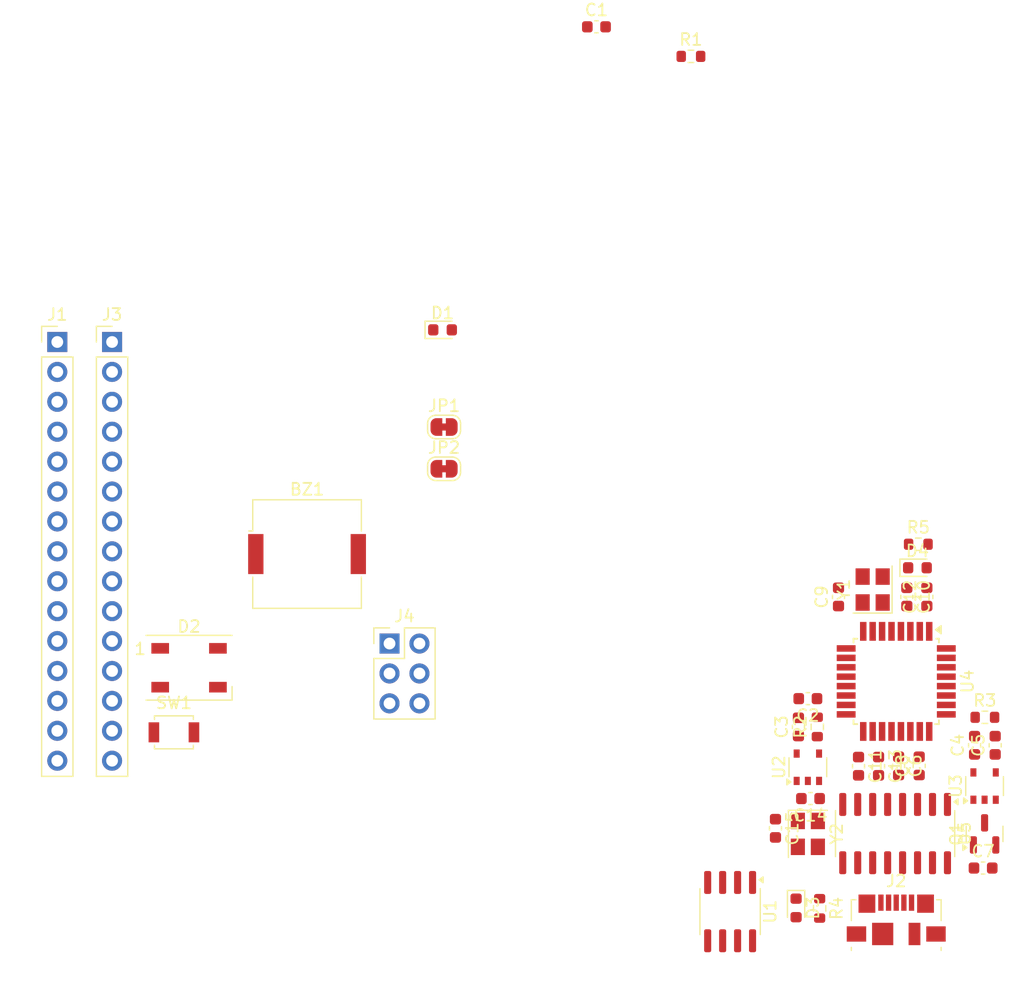
<source format=kicad_pcb>
(kicad_pcb (version 20240108) (generator "pcbnew") (generator_version "8.0")
  (layers (0 "F.Cu" signal) (31 "B.Cu" signal) (34 "B.Paste" user) (35 "F.Paste" user) (36 "B.SilkS" user "B.Silkscreen") (37 "F.SilkS" user "F.Silkscreen") (38 "B.Mask" user) (39 "F.Mask" user) (44 "Edge.Cuts" user))
  (net 0 "")
  (net 1 "GND")
  (net 2 "+5V")
  (net 3 "+VDC")
  (net 4 "+3V3")
  (net 5 "VBUS")
  (net 6 "/CH_3V")
  (net 7 "Net-(U4-XTAL2{slash}PB7)")
  (net 8 "Net-(U4-XTAL1{slash}PB6)")
  (net 9 "/CH_XI")
  (net 10 "/CH_X0")
  (net 12 "/LED_PWR")
  (net 13 "/BZ+")
  (net 14 "/D12")
  (net 15 "/D9")
  (net 16 "/D0")
  (net 17 "/RESET")
  (net 18 "/D8")
  (net 19 "/D1")
  (net 20 "/D10")
  (net 21 "/D2")
  (net 22 "/D7")
  (net 23 "/D3")
  (net 24 "/D11")
  (net 25 "/D4")
  (net 26 "/D6")
  (net 27 "/D5")
  (net 31 "/USB_D-")
  (net 36 "/USB_D+")
  (net 37 "/A1")
  (net 38 "/A0")
  (net 39 "/A2")
  (net 40 "/AREF")
  (net 41 "/A6")
  (net 42 "/A7")
  (net 43 "/A3")
  (net 44 "/A5")
  (net 45 "/D13")
  (net 46 "/A4")
  (net 47 "/RGB_DIN")
  (net 48 "/RGB_R")
  (net 49 "/LED_USR")
  (net 50 "Net-(Q1-G)")
  (net 60 "Net-(U2-EN)")
  (net 61 "Net-(U3-EN)")
  (footprint "Resistor_SMD:R_0603_1608Metric" (layer "F.Cu") (at 188.875 105.9)
    (property "Reference" "R5" (at 0 -1.43 0) (layer "F.SilkS"))
    (property "Value" "1k")
    (fp_line (start -0.237258 -0.5225) (end 0.237258 -0.5225) (stroke (width 0.12)) (layer "F.SilkS"))
    (fp_line (start -0.237258 0.5225) (end 0.237258 0.5225) (stroke (width 0.12)) (layer "F.SilkS"))
    (pad "1" smd roundrect (at -0.825 0) (size 0.8 0.95) (layers "F.Cu" "F.Paste" "F.Mask") (net 45 "/D13"))
    (pad "2" smd roundrect (at 0.825 0) (size 0.8 0.95) (layers "F.Cu" "F.Paste" "F.Mask") (net 49 "/LED_USR"))
  )
  (footprint "Capacitor_SMD:C_0603_1608Metric" (layer "F.Cu") (at 187.9 110.375 -90)
    (property "Reference" "C10" (at 0 -1.43 90) (layer "F.SilkS"))
    (property "Value" "22p")
    (fp_line (start -0.14058 0.51) (end 0.14058 0.51) (stroke (width 0.12)) (layer "F.SilkS"))
    (fp_line (start -0.14058 -0.51) (end 0.14058 -0.51) (stroke (width 0.12)) (layer "F.SilkS"))
    (pad "1" smd roundrect (at -0.775 0 270) (size 0.9 0.95) (layers "F.Cu" "F.Paste" "F.Mask") (net 1 "GND"))
    (pad "2" smd roundrect (at 0.775 0 270) (size 0.9 0.95) (layers "F.Cu" "F.Paste" "F.Mask") (net 8 "Net-(U4-XTAL1{slash}PB6)"))
  )
  (footprint "Jumper:SolderJumper-2_P1.3mm_Bridged_RoundedPad1.0x1.5mm" (layer "F.Cu") (at 148.62 99.495)
    (property "Reference" "JP2" (at 0 -1.8 0) (layer "F.SilkS"))
    (property "Value" "Solder Jumper NC")
    (fp_poly (pts (xy 0.25 -0.3) (xy -0.25 -0.3) (xy -0.25 0.3) (xy 0.25 0.3)) (fill solid) (layer "F.Cu"))
    (fp_line (start -1.4 0.3) (end -1.4 -0.3) (stroke (width 0.12)) (layer "F.SilkS"))
    (fp_line (start -0.7 -1) (end 0.7 -1) (stroke (width 0.12)) (layer "F.SilkS"))
    (fp_line (start 0.7 1) (end -0.7 1) (stroke (width 0.12)) (layer "F.SilkS"))
    (fp_line (start 1.4 -0.3) (end 1.4 0.3) (stroke (width 0.12)) (layer "F.SilkS"))
    (fp_arc (start -1.4 -0.3) (mid -1.194975 -0.794975) (end -0.7 -1) (stroke (width 0.12)) (layer "F.SilkS"))
    (fp_arc (start -0.7 1) (mid -1.194975 0.794975) (end -1.4 0.3) (stroke (width 0.12)) (layer "F.SilkS"))
    (fp_arc (start 0.7 -1) (mid 1.194975 -0.794975) (end 1.4 -0.3) (stroke (width 0.12)) (layer "F.SilkS"))
    (fp_arc (start 1.4 0.3) (mid 1.194975 0.794975) (end 0.7 1) (stroke (width 0.12)) (layer "F.SilkS"))
    (pad "1" smd custom (at -0.65 0) (size 1 0.5) (layers "F.Cu" "F.Mask") (net 24 "/D11") (options (clearance outline) (anchor rect)) (primitives (gr_circle (center 0 0.25) (end 0.5 0.25) (width 0) (fill yes)) (gr_circle (center 0 -0.25) (end 0.5 -0.25) (width 0) (fill yes)) (gr_poly (pts (xy 0.5 0.75) (xy 0 0.75) (xy 0 -0.75) (xy 0.5 -0.75)) (width 0) (fill yes))))
    (pad "2" smd custom (at 0.65 0) (size 1 0.5) (layers "F.Cu" "F.Mask") (net 48 "/RGB_R") (options (clearance outline) (anchor rect)) (primitives (gr_circle (center 0 0.25) (end 0.5 0.25) (width 0) (fill yes)) (gr_circle (center 0 -0.25) (end 0.5 -0.25) (width 0) (fill yes)) (gr_poly (pts (xy 0 0.75) (xy -0.5 0.75) (xy -0.5 -0.75) (xy 0 -0.75)) (width 0) (fill yes))))
  )
  (footprint "Capacitor_SMD:C_0603_1608Metric" (layer "F.Cu") (at 193.65 122.975 90)
    (property "Reference" "C4" (at 0 -1.43 270) (layer "F.SilkS"))
    (property "Value" "10u")
    (fp_line (start -0.14058 -0.51) (end 0.14058 -0.51) (stroke (width 0.12)) (layer "F.SilkS"))
    (fp_line (start -0.14058 0.51) (end 0.14058 0.51) (stroke (width 0.12)) (layer "F.SilkS"))
    (pad "1" smd roundrect (at -0.775 0 90) (size 0.9 0.95) (layers "F.Cu" "F.Paste" "F.Mask") (net 2 "+5V"))
    (pad "2" smd roundrect (at 0.775 0 90) (size 0.9 0.95) (layers "F.Cu" "F.Paste" "F.Mask") (net 1 "GND"))
  )
  (footprint "Capacitor_SMD:C_0603_1608Metric" (layer "F.Cu") (at 161.555 61.96)
    (property "Reference" "C1" (at 0 -1.43 0) (layer "F.SilkS"))
    (property "Value" "10u")
    (fp_line (start -0.14058 -0.51) (end 0.14058 -0.51) (stroke (width 0.12)) (layer "F.SilkS"))
    (fp_line (start -0.14058 0.51) (end 0.14058 0.51) (stroke (width 0.12)) (layer "F.SilkS"))
    (pad "1" smd roundrect (at -0.775 0) (size 0.9 0.95) (layers "F.Cu" "F.Paste" "F.Mask") (net 2 "+5V"))
    (pad "2" smd roundrect (at 0.775 0) (size 0.9 0.95) (layers "F.Cu" "F.Paste" "F.Mask") (net 1 "GND"))
  )
  (footprint "Buzzer_Beeper:Buzzer_Murata_PKMCS0909E" (layer "F.Cu") (at 136.99 106.735)
    (property "Reference" "BZ1" (at 0 -5.5 0) (layer "F.SilkS"))
    (property "Value" "Buzzer")
    (fp_line (start -4.61 -4.61) (end 4.61 -4.61) (stroke (width 0.12)) (layer "F.SilkS"))
    (fp_line (start -4.61 -1.96) (end -4.94 -1.96) (stroke (width 0.12)) (layer "F.SilkS"))
    (fp_line (start -4.61 -1.96) (end -4.61 -4.61) (stroke (width 0.12)) (layer "F.SilkS"))
    (fp_line (start -4.61 4.61) (end -4.61 1.96) (stroke (width 0.12)) (layer "F.SilkS"))
    (fp_line (start 4.61 -4.61) (end 4.61 -1.96) (stroke (width 0.12)) (layer "F.SilkS"))
    (fp_line (start 4.61 1.96) (end 4.61 4.61) (stroke (width 0.12)) (layer "F.SilkS"))
    (fp_line (start 4.61 4.61) (end -4.61 4.61) (stroke (width 0.12)) (layer "F.SilkS"))
    (pad "1" smd rect (at -4.35 0) (size 1.3 3.4) (layers "F.Cu" "F.Paste" "F.Mask") (net 13 "/BZ+"))
    (pad "2" smd rect (at 4.35 0) (size 1.3 3.4) (layers "F.Cu" "F.Paste" "F.Mask") (net 1 "GND"))
  )
  (footprint "Package_QFP:TQFP-32_7x7mm_P0.8mm" (layer "F.Cu") (at 187 117.55 -90)
    (property "Reference" "U4" (at 0 -6.05 90) (layer "F.SilkS"))
    (property "Value" "ATmega328P-A")
    (fp_line (start -3.625 3.625) (end -3.3 3.625) (stroke (width 0.15)) (layer "F.SilkS"))
    (fp_line (start -3.625 3.625) (end -3.625 3.3) (stroke (width 0.15)) (layer "F.SilkS"))
    (fp_line (start 3.625 3.625) (end 3.3 3.625) (stroke (width 0.15)) (layer "F.SilkS"))
    (fp_line (start 3.625 3.625) (end 3.625 3.3) (stroke (width 0.15)) (layer "F.SilkS"))
    (fp_line (start -3.625 -3.625) (end -3.625 -3.4) (stroke (width 0.15)) (layer "F.SilkS"))
    (fp_line (start -3.625 -3.625) (end -3.3 -3.625) (stroke (width 0.15)) (layer "F.SilkS"))
    (fp_line (start 3.625 -3.625) (end 3.625 -3.3) (stroke (width 0.15)) (layer "F.SilkS"))
    (fp_line (start 3.625 -3.625) (end 3.3 -3.625) (stroke (width 0.15)) (layer "F.SilkS"))
    (fp_poly (pts (xy -4.39 -3.34) (xy -4.73 -3.81) (xy -4.05 -3.81) (xy -4.39 -3.34)) (stroke (width 0.12)) (fill solid) (layer "F.SilkS"))
    (pad "1" smd rect (at -4.25 -2.8 270) (size 1.6 0.55) (layers "F.Cu" "F.Paste" "F.Mask") (net 23 "/D3"))
    (pad "2" smd rect (at -4.25 -2 270) (size 1.6 0.55) (layers "F.Cu" "F.Paste" "F.Mask") (net 25 "/D4"))
    (pad "3" smd rect (at -4.25 -1.2 270) (size 1.6 0.55) (layers "F.Cu" "F.Paste" "F.Mask") (net 1 "GND"))
    (pad "4" smd rect (at -4.25 -0.4 270) (size 1.6 0.55) (layers "F.Cu" "F.Paste" "F.Mask") (net 2 "+5V"))
    (pad "5" smd rect (at -4.25 0.4 270) (size 1.6 0.55) (layers "F.Cu" "F.Paste" "F.Mask") (net 1 "GND"))
    (pad "6" smd rect (at -4.25 1.2 270) (size 1.6 0.55) (layers "F.Cu" "F.Paste" "F.Mask") (net 2 "+5V"))
    (pad "7" smd rect (at -4.25 2 270) (size 1.6 0.55) (layers "F.Cu" "F.Paste" "F.Mask") (net 8 "Net-(U4-XTAL1{slash}PB6)"))
    (pad "8" smd rect (at -4.25 2.8 270) (size 1.6 0.55) (layers "F.Cu" "F.Paste" "F.Mask") (net 7 "Net-(U4-XTAL2{slash}PB7)"))
    (pad "9" smd rect (at -2.8 4.25) (size 1.6 0.55) (layers "F.Cu" "F.Paste" "F.Mask") (net 27 "/D5"))
    (pad "10" smd rect (at -2 4.25) (size 1.6 0.55) (layers "F.Cu" "F.Paste" "F.Mask") (net 26 "/D6"))
    (pad "11" smd rect (at -1.2 4.25) (size 1.6 0.55) (layers "F.Cu" "F.Paste" "F.Mask") (net 22 "/D7"))
    (pad "12" smd rect (at -0.4 4.25) (size 1.6 0.55) (layers "F.Cu" "F.Paste" "F.Mask") (net 18 "/D8"))
    (pad "13" smd rect (at 0.4 4.25) (size 1.6 0.55) (layers "F.Cu" "F.Paste" "F.Mask") (net 15 "/D9"))
    (pad "14" smd rect (at 1.2 4.25) (size 1.6 0.55) (layers "F.Cu" "F.Paste" "F.Mask") (net 20 "/D10"))
    (pad "15" smd rect (at 2 4.25) (size 1.6 0.55) (layers "F.Cu" "F.Paste" "F.Mask") (net 24 "/D11"))
    (pad "16" smd rect (at 2.8 4.25) (size 1.6 0.55) (layers "F.Cu" "F.Paste" "F.Mask") (net 14 "/D12"))
    (pad "17" smd rect (at 4.25 2.8 270) (size 1.6 0.55) (layers "F.Cu" "F.Paste" "F.Mask") (net 45 "/D13"))
    (pad "18" smd rect (at 4.25 2 270) (size 1.6 0.55) (layers "F.Cu" "F.Paste" "F.Mask") (net 2 "+5V"))
    (pad "19" smd rect (at 4.25 1.2 270) (size 1.6 0.55) (layers "F.Cu" "F.Paste" "F.Mask") (net 41 "/A6"))
    (pad "20" smd rect (at 4.25 0.4 270) (size 1.6 0.55) (layers "F.Cu" "F.Paste" "F.Mask") (net 40 "/AREF"))
    (pad "21" smd rect (at 4.25 -0.4 270) (size 1.6 0.55) (layers "F.Cu" "F.Paste" "F.Mask") (net 1 "GND"))
    (pad "22" smd rect (at 4.25 -1.2 270) (size 1.6 0.55) (layers "F.Cu" "F.Paste" "F.Mask") (net 42 "/A7"))
    (pad "23" smd rect (at 4.25 -2 270) (size 1.6 0.55) (layers "F.Cu" "F.Paste" "F.Mask") (net 38 "/A0"))
    (pad "24" smd rect (at 4.25 -2.8 270) (size 1.6 0.55) (layers "F.Cu" "F.Paste" "F.Mask") (net 37 "/A1"))
    (pad "25" smd rect (at 2.8 -4.25) (size 1.6 0.55) (layers "F.Cu" "F.Paste" "F.Mask") (net 39 "/A2"))
    (pad "26" smd rect (at 2 -4.25) (size 1.6 0.55) (layers "F.Cu" "F.Paste" "F.Mask") (net 43 "/A3"))
    (pad "27" smd rect (at 1.2 -4.25) (size 1.6 0.55) (layers "F.Cu" "F.Paste" "F.Mask") (net 46 "/A4"))
    (pad "28" smd rect (at 0.4 -4.25) (size 1.6 0.55) (layers "F.Cu" "F.Paste" "F.Mask") (net 44 "/A5"))
    (pad "29" smd rect (at -0.4 -4.25) (size 1.6 0.55) (layers "F.Cu" "F.Paste" "F.Mask") (net 17 "/RESET"))
    (pad "30" smd rect (at -1.2 -4.25) (size 1.6 0.55) (layers "F.Cu" "F.Paste" "F.Mask") (net 16 "/D0"))
    (pad "31" smd rect (at -2 -4.25) (size 1.6 0.55) (layers "F.Cu" "F.Paste" "F.Mask") (net 19 "/D1"))
    (pad "32" smd rect (at -2.8 -4.25) (size 1.6 0.55) (layers "F.Cu" "F.Paste" "F.Mask") (net 21 "/D2"))
  )
  (footprint "Resistor_SMD:R_0603_1608Metric" (layer "F.Cu") (at 180.5 136.825 -90)
    (property "Reference" "R4" (at 0 -1.43 90) (layer "F.SilkS"))
    (property "Value" "1k")
    (fp_line (start -0.237258 0.5225) (end 0.237258 0.5225) (stroke (width 0.12)) (layer "F.SilkS"))
    (fp_line (start -0.237258 -0.5225) (end 0.237258 -0.5225) (stroke (width 0.12)) (layer "F.SilkS"))
    (pad "1" smd roundrect (at -0.825 0 270) (size 0.8 0.95) (layers "F.Cu" "F.Paste" "F.Mask") (net 2 "+5V"))
    (pad "2" smd roundrect (at 0.825 0 270) (size 0.8 0.95) (layers "F.Cu" "F.Paste" "F.Mask") (net 12 "/LED_PWR"))
  )
  (footprint "Capacitor_SMD:C_0603_1608Metric" (layer "F.Cu") (at 183.8 124.75 -90)
    (property "Reference" "C11" (at 0 -1.43 90) (layer "F.SilkS"))
    (property "Value" "10u")
    (fp_line (start -0.14058 0.51) (end 0.14058 0.51) (stroke (width 0.12)) (layer "F.SilkS"))
    (fp_line (start -0.14058 -0.51) (end 0.14058 -0.51) (stroke (width 0.12)) (layer "F.SilkS"))
    (pad "1" smd roundrect (at -0.775 0 270) (size 0.9 0.95) (layers "F.Cu" "F.Paste" "F.Mask") (net 2 "+5V"))
    (pad "2" smd roundrect (at 0.775 0 270) (size 0.9 0.95) (layers "F.Cu" "F.Paste" "F.Mask") (net 1 "GND"))
  )
  (footprint "LED_SMD:LED_WS2812B_PLCC4_5.0x5.0mm_P3.2mm" (layer "F.Cu") (at 126.975 116.39)
    (property "Reference" "D2" (at 0 -3.5 0) (layer "F.SilkS"))
    (property "Value" "WS2812B")
    (fp_line (start -3.65 -2.75) (end 3.65 -2.75) (stroke (width 0.12)) (layer "F.SilkS"))
    (fp_line (start -3.65 2.75) (end 3.65 2.75) (stroke (width 0.12)) (layer "F.SilkS"))
    (fp_line (start 3.65 2.75) (end 3.65 1.6) (stroke (width 0.12)) (layer "F.SilkS"))
    (fp_text user "1" (at -4.15 -1.6 0) (layer "F.SilkS"))
    (pad "1" smd rect (at -2.45 -1.65) (size 1.5 0.9) (layers "F.Cu" "F.Paste" "F.Mask") (net 2 "+5V"))
    (pad "2" smd rect (at -2.45 1.65) (size 1.5 0.9) (layers "F.Cu" "F.Paste" "F.Mask"))
    (pad "3" smd rect (at 2.45 1.65) (size 1.5 0.9) (layers "F.Cu" "F.Paste" "F.Mask") (net 1 "GND"))
    (pad "4" smd rect (at 2.45 -1.65) (size 1.5 0.9) (layers "F.Cu" "F.Paste" "F.Mask") (net 47 "/RGB_DIN"))
  )
  (footprint "Capacitor_SMD:C_0603_1608Metric" (layer "F.Cu") (at 187.2 124.725 -90)
    (property "Reference" "C6" (at 0 -1.43 90) (layer "F.SilkS"))
    (property "Value" "100n")
    (fp_line (start -0.14058 0.51) (end 0.14058 0.51) (stroke (width 0.12)) (layer "F.SilkS"))
    (fp_line (start -0.14058 -0.51) (end 0.14058 -0.51) (stroke (width 0.12)) (layer "F.SilkS"))
    (pad "1" smd roundrect (at -0.775 0 270) (size 0.9 0.95) (layers "F.Cu" "F.Paste" "F.Mask") (net 40 "/AREF"))
    (pad "2" smd roundrect (at 0.775 0 270) (size 0.9 0.95) (layers "F.Cu" "F.Paste" "F.Mask") (net 1 "GND"))
  )
  (footprint "Resistor_SMD:R_0603_1608Metric" (layer "F.Cu") (at 180.3 121.415 90)
    (property "Reference" "R2" (at 0 -1.43 270) (layer "F.SilkS"))
    (property "Value" "1k")
    (fp_line (start -0.237258 -0.5225) (end 0.237258 -0.5225) (stroke (width 0.12)) (layer "F.SilkS"))
    (fp_line (start -0.237258 0.5225) (end 0.237258 0.5225) (stroke (width 0.12)) (layer "F.SilkS"))
    (pad "1" smd roundrect (at -0.825 0 90) (size 0.8 0.95) (layers "F.Cu" "F.Paste" "F.Mask") (net 3 "+VDC"))
    (pad "2" smd roundrect (at 0.825 0 90) (size 0.8 0.95) (layers "F.Cu" "F.Paste" "F.Mask") (net 60 "Net-(U2-EN)"))
  )
  (footprint "Capacitor_SMD:C_0603_1608Metric" (layer "F.Cu") (at 179.725 127.5 180)
    (property "Reference" "C14" (at 0 -1.43 180) (layer "F.SilkS"))
    (property "Value" "22p")
    (fp_line (start -0.14058 0.51) (end 0.14058 0.51) (stroke (width 0.12)) (layer "F.SilkS"))
    (fp_line (start -0.14058 -0.51) (end 0.14058 -0.51) (stroke (width 0.12)) (layer "F.SilkS"))
    (pad "1" smd roundrect (at -0.775 0 180) (size 0.9 0.95) (layers "F.Cu" "F.Paste" "F.Mask") (net 9 "/CH_XI"))
    (pad "2" smd roundrect (at 0.775 0 180) (size 0.9 0.95) (layers "F.Cu" "F.Paste" "F.Mask") (net 1 "GND"))
  )
  (footprint "Capacitor_SMD:C_0603_1608Metric" (layer "F.Cu") (at 182.1 110.375 90)
    (property "Reference" "C9" (at 0 -1.43 270) (layer "F.SilkS"))
    (property "Value" "22p")
    (fp_line (start -0.14058 -0.51) (end 0.14058 -0.51) (stroke (width 0.12)) (layer "F.SilkS"))
    (fp_line (start -0.14058 0.51) (end 0.14058 0.51) (stroke (width 0.12)) (layer "F.SilkS"))
    (pad "1" smd roundrect (at -0.775 0 90) (size 0.9 0.95) (layers "F.Cu" "F.Paste" "F.Mask") (net 7 "Net-(U4-XTAL2{slash}PB7)"))
    (pad "2" smd roundrect (at 0.775 0 90) (size 0.9 0.95) (layers "F.Cu" "F.Paste" "F.Mask") (net 1 "GND"))
  )
  (footprint "Capacitor_SMD:C_0603_1608Metric" (layer "F.Cu") (at 176.75 130.025 -90)
    (property "Reference" "C15" (at 0 -1.43 90) (layer "F.SilkS"))
    (property "Value" "22p")
    (fp_line (start -0.14058 0.51) (end 0.14058 0.51) (stroke (width 0.12)) (layer "F.SilkS"))
    (fp_line (start -0.14058 -0.51) (end 0.14058 -0.51) (stroke (width 0.12)) (layer "F.SilkS"))
    (pad "1" smd roundrect (at -0.775 0 270) (size 0.9 0.95) (layers "F.Cu" "F.Paste" "F.Mask") (net 10 "/CH_X0"))
    (pad "2" smd roundrect (at 0.775 0 270) (size 0.9 0.95) (layers "F.Cu" "F.Paste" "F.Mask") (net 1 "GND"))
  )
  (footprint "Connector_USB:USB_Micro-B_Molex_47346-0001" (layer "F.Cu") (at 187 137.8)
    (property "Reference" "J2" (at 0 -3.3 180) (layer "F.SilkS"))
    (property "Value" "USB_B_Micro")
    (fp_line (start -3.81 -1.71) (end -3.43 -1.71) (stroke (width 0.12)) (layer "F.SilkS"))
    (fp_line (start -3.81 0.06) (end -3.81 -1.71) (stroke (width 0.12)) (layer "F.SilkS"))
    (fp_line (start -3.81 2.6) (end -3.81 2.34) (stroke (width 0.12)) (layer "F.SilkS"))
    (fp_line (start 3.81 -1.71) (end 3.43 -1.71) (stroke (width 0.12)) (layer "F.SilkS"))
    (fp_line (start 3.81 -1.71) (end 3.81 0.06) (stroke (width 0.12)) (layer "F.SilkS"))
    (fp_line (start 3.81 2.34) (end 3.81 2.6) (stroke (width 0.12)) (layer "F.SilkS"))
    (pad "1" smd rect (at -1.3 -1.46) (size 0.45 1.38) (layers "F.Cu" "F.Paste" "F.Mask") (net 5 "VBUS"))
    (pad "2" smd rect (at -0.65 -1.46) (size 0.45 1.38) (layers "F.Cu" "F.Paste" "F.Mask") (net 31 "/USB_D-"))
    (pad "3" smd rect (at 0 -1.46) (size 0.45 1.38) (layers "F.Cu" "F.Paste" "F.Mask") (net 36 "/USB_D+"))
    (pad "4" smd rect (at 0.65 -1.46) (size 0.45 1.38) (layers "F.Cu" "F.Paste" "F.Mask"))
    (pad "5" smd rect (at 1.3 -1.46) (size 0.45 1.38) (layers "F.Cu" "F.Paste" "F.Mask") (net 1 "GND"))
    (pad "6" smd rect (at -3.375 1.2) (size 1.65 1.3) (layers "F.Cu" "F.Paste" "F.Mask"))
    (pad "6" smd rect (at -2.4875 -1.375) (size 1.425 1.55) (layers "F.Cu" "F.Paste" "F.Mask"))
    (pad "6" smd rect (at -1.15 1.2) (size 1.8 1.9) (layers "F.Cu" "F.Paste" "F.Mask"))
    (pad "6" smd rect (at 1.55 1.2) (size 1 1.9) (layers "F.Cu" "F.Paste" "F.Mask"))
    (pad "6" smd rect (at 2.4875 -1.375) (size 1.425 1.55) (layers "F.Cu" "F.Paste" "F.Mask"))
    (pad "6" smd rect (at 3.375 1.2) (size 1.65 1.3) (layers "F.Cu" "F.Paste" "F.Mask"))
  )
  (footprint "Crystal:Crystal_SMD_3225-4Pin_3.2x2.5mm" (layer "F.Cu") (at 185 109.75 90)
    (property "Reference" "Y1" (at 0 -2.45 270) (layer "F.SilkS"))
    (property "Value" "Crystal_GND23")
    (fp_line (start -2 -1.65) (end -2 1.65) (stroke (width 0.12)) (layer "F.SilkS"))
    (fp_line (start -2 1.65) (end 2 1.65) (stroke (width 0.12)) (layer "F.SilkS"))
    (pad "1" smd rect (at -1.1 0.85 90) (size 1.4 1.2) (layers "F.Cu" "F.Paste" "F.Mask") (net 8 "Net-(U4-XTAL1{slash}PB6)"))
    (pad "2" smd rect (at 1.1 0.85 90) (size 1.4 1.2) (layers "F.Cu" "F.Paste" "F.Mask") (net 1 "GND"))
    (pad "3" smd rect (at 1.1 -0.85 90) (size 1.4 1.2) (layers "F.Cu" "F.Paste" "F.Mask") (net 1 "GND"))
    (pad "4" smd rect (at -1.1 -0.85 90) (size 1.4 1.2) (layers "F.Cu" "F.Paste" "F.Mask") (net 7 "Net-(U4-XTAL2{slash}PB7)"))
  )
  (footprint "Capacitor_SMD:C_0603_1608Metric" (layer "F.Cu") (at 179.5 119.015 180)
    (property "Reference" "C2" (at 0 -1.43 180) (layer "F.SilkS"))
    (property "Value" "10u")
    (fp_line (start -0.14058 0.51) (end 0.14058 0.51) (stroke (width 0.12)) (layer "F.SilkS"))
    (fp_line (start -0.14058 -0.51) (end 0.14058 -0.51) (stroke (width 0.12)) (layer "F.SilkS"))
    (pad "1" smd roundrect (at -0.775 0 180) (size 0.9 0.95) (layers "F.Cu" "F.Paste" "F.Mask") (net 2 "+5V"))
    (pad "2" smd roundrect (at 0.775 0 180) (size 0.9 0.95) (layers "F.Cu" "F.Paste" "F.Mask") (net 1 "GND"))
  )
  (footprint "Package_SO:TSOP-5_1.65x3.05mm_P0.95mm" (layer "F.Cu") (at 179.5 124.84 90)
    (property "Reference" "U2" (at 0 -2.45 270) (layer "F.SilkS"))
    (property "Value" "NCV8114ASN330T1G")
    (fp_line (start -0.8 -1.6) (end 0.8 -1.6) (stroke (width 0.12)) (layer "F.SilkS"))
    (fp_line (start -0.8 1.6) (end 0.8 1.6) (stroke (width 0.12)) (layer "F.SilkS"))
    (fp_poly (pts (xy -1.25 -1.45) (xy -1.49 -1.78) (xy -1.01 -1.78) (xy -1.25 -1.45)) (stroke (width 0.12)) (fill solid) (layer "F.SilkS"))
    (pad "1" smd rect (at -1.16 -0.95 90) (size 0.7 0.51) (layers "F.Cu" "F.Paste" "F.Mask") (net 3 "+VDC"))
    (pad "2" smd rect (at -1.16 0 90) (size 0.7 0.51) (layers "F.Cu" "F.Paste" "F.Mask") (net 1 "GND"))
    (pad "3" smd rect (at -1.16 0.95 90) (size 0.7 0.51) (layers "F.Cu" "F.Paste" "F.Mask") (net 60 "Net-(U2-EN)"))
    (pad "4" smd rect (at 1.16 0.95 90) (size 0.7 0.51) (layers "F.Cu" "F.Paste" "F.Mask"))
    (pad "5" smd rect (at 1.16 -0.95 90) (size 0.7 0.51) (layers "F.Cu" "F.Paste" "F.Mask") (net 2 "+5V"))
  )
  (footprint "Connector_PinHeader_2.54mm:PinHeader_2x03_P2.54mm_Vertical" (layer "F.Cu") (at 143.99 114.335)
    (property "Reference" "J4" (at 1.27 -2.33 0) (layer "F.SilkS"))
    (property "Value" "ICSP Header")
    (fp_line (start -1.33 -1.33) (end 0 -1.33) (stroke (width 0.12)) (layer "F.SilkS"))
    (fp_line (start -1.33 0) (end -1.33 -1.33) (stroke (width 0.12)) (layer "F.SilkS"))
    (fp_line (start -1.33 1.27) (end -1.33 6.41) (stroke (width 0.12)) (layer "F.SilkS"))
    (fp_line (start -1.33 1.27) (end 1.27 1.27) (stroke (width 0.12)) (layer "F.SilkS"))
    (fp_line (start -1.33 6.41) (end 3.87 6.41) (stroke (width 0.12)) (layer "F.SilkS"))
    (fp_line (start 1.27 -1.33) (end 3.87 -1.33) (stroke (width 0.12)) (layer "F.SilkS"))
    (fp_line (start 1.27 1.27) (end 1.27 -1.33) (stroke (width 0.12)) (layer "F.SilkS"))
    (fp_line (start 3.87 -1.33) (end 3.87 6.41) (stroke (width 0.12)) (layer "F.SilkS"))
    (pad "1" thru_hole rect (at 0 0) (size 1.7 1.7) (drill 1) (layers "*.Cu" "*.Mask") (net 1 "GND"))
    (pad "2" thru_hole oval (at 2.54 0) (size 1.7 1.7) (drill 1) (layers "*.Cu" "*.Mask") (net 24 "/D11"))
    (pad "3" thru_hole oval (at 0 2.54) (size 1.7 1.7) (drill 1) (layers "*.Cu" "*.Mask") (net 2 "+5V"))
    (pad "4" thru_hole oval (at 2.54 2.54) (size 1.7 1.7) (drill 1) (layers "*.Cu" "*.Mask") (net 14 "/D12"))
    (pad "5" thru_hole oval (at 0 5.08) (size 1.7 1.7) (drill 1) (layers "*.Cu" "*.Mask") (net 45 "/D13"))
    (pad "6" thru_hole oval (at 2.54 5.08) (size 1.7 1.7) (drill 1) (layers "*.Cu" "*.Mask") (net 17 "/RESET"))
  )
  (footprint "Jumper:SolderJumper-2_P1.3mm_Bridged_RoundedPad1.0x1.5mm" (layer "F.Cu") (at 148.62 95.945)
    (property "Reference" "JP1" (at 0 -1.8 0) (layer "F.SilkS"))
    (property "Value" "Solder Jumper NC")
    (fp_poly (pts (xy 0.25 -0.3) (xy -0.25 -0.3) (xy -0.25 0.3) (xy 0.25 0.3)) (fill solid) (layer "F.Cu"))
    (fp_line (start -1.4 0.3) (end -1.4 -0.3) (stroke (width 0.12)) (layer "F.SilkS"))
    (fp_line (start -0.7 -1) (end 0.7 -1) (stroke (width 0.12)) (layer "F.SilkS"))
    (fp_line (start 0.7 1) (end -0.7 1) (stroke (width 0.12)) (layer "F.SilkS"))
    (fp_line (start 1.4 -0.3) (end 1.4 0.3) (stroke (width 0.12)) (layer "F.SilkS"))
    (fp_arc (start -1.4 -0.3) (mid -1.194975 -0.794975) (end -0.7 -1) (stroke (width 0.12)) (layer "F.SilkS"))
    (fp_arc (start -0.7 1) (mid -1.194975 0.794975) (end -1.4 0.3) (stroke (width 0.12)) (layer "F.SilkS"))
    (fp_arc (start 0.7 -1) (mid 1.194975 -0.794975) (end 1.4 -0.3) (stroke (width 0.12)) (layer "F.SilkS"))
    (fp_arc (start 1.4 0.3) (mid 1.194975 0.794975) (end 0.7 1) (stroke (width 0.12)) (layer "F.SilkS"))
    (pad "1" smd custom (at -0.65 0) (size 1 0.5) (layers "F.Cu" "F.Mask") (net 15 "/D9") (options (clearance outline) (anchor rect)) (primitives (gr_circle (center 0 0.25) (end 0.5 0.25) (width 0) (fill yes)) (gr_circle (center 0 -0.25) (end 0.5 -0.25) (width 0) (fill yes)) (gr_poly (pts (xy 0.5 0.75) (xy 0 0.75) (xy 0 -0.75) (xy 0.5 -0.75)) (width 0) (fill yes))))
    (pad "2" smd custom (at 0.65 0) (size 1 0.5) (layers "F.Cu" "F.Mask") (net 13 "/BZ+") (options (clearance outline) (anchor rect)) (primitives (gr_circle (center 0 0.25) (end 0.5 0.25) (width 0) (fill yes)) (gr_circle (center 0 -0.25) (end 0.5 -0.25) (width 0) (fill yes)) (gr_poly (pts (xy 0 0.75) (xy -0.5 0.75) (xy -0.5 -0.75) (xy 0 -0.75)) (width 0) (fill yes))))
  )
  (footprint "Resistor_SMD:R_0603_1608Metric" (layer "F.Cu") (at 169.575 64.47)
    (property "Reference" "R1" (at 0 -1.43 0) (layer "F.SilkS"))
    (property "Value" "100")
    (fp_line (start -0.237258 -0.5225) (end 0.237258 -0.5225) (stroke (width 0.12)) (layer "F.SilkS"))
    (fp_line (start -0.237258 0.5225) (end 0.237258 0.5225) (stroke (width 0.12)) (layer "F.SilkS"))
    (pad "1" smd roundrect (at -0.825 0) (size 0.8 0.95) (layers "F.Cu" "F.Paste" "F.Mask") (net 48 "/RGB_R"))
    (pad "2" smd roundrect (at 0.825 0) (size 0.8 0.95) (layers "F.Cu" "F.Paste" "F.Mask") (net 47 "/RGB_DIN"))
  )
  (footprint "Package_SO:TSOP-5_1.65x3.05mm_P0.95mm" (layer "F.Cu") (at 194.5 126.44 90)
    (property "Reference" "U3" (at 0 -2.45 270) (layer "F.SilkS"))
    (property "Value" "NCV8114ASN330T1G")
    (fp_line (start -0.8 -1.6) (end 0.8 -1.6) (stroke (width 0.12)) (layer "F.SilkS"))
    (fp_line (start -0.8 1.6) (end 0.8 1.6) (stroke (width 0.12)) (layer "F.SilkS"))
    (fp_poly (pts (xy -1.25 -1.45) (xy -1.49 -1.78) (xy -1.01 -1.78) (xy -1.25 -1.45)) (stroke (width 0.12)) (fill solid) (layer "F.SilkS"))
    (pad "1" smd rect (at -1.16 -0.95 90) (size 0.7 0.51) (layers "F.Cu" "F.Paste" "F.Mask") (net 2 "+5V"))
    (pad "2" smd rect (at -1.16 0 90) (size 0.7 0.51) (layers "F.Cu" "F.Paste" "F.Mask") (net 1 "GND"))
    (pad "3" smd rect (at -1.16 0.95 90) (size 0.7 0.51) (layers "F.Cu" "F.Paste" "F.Mask") (net 61 "Net-(U3-EN)"))
    (pad "4" smd rect (at 1.16 0.95 90) (size 0.7 0.51) (layers "F.Cu" "F.Paste" "F.Mask"))
    (pad "5" smd rect (at 1.16 -0.95 90) (size 0.7 0.51) (layers "F.Cu" "F.Paste" "F.Mask") (net 4 "+3V3"))
  )
  (footprint "Crystal:Crystal_SMD_3225-4Pin_3.2x2.5mm" (layer "F.Cu") (at 179.5 130.5 -90)
    (property "Reference" "Y2" (at 0 -2.45 90) (layer "F.SilkS"))
    (property "Value" "Crystal_GND23")
    (fp_line (start -2 1.65) (end 2 1.65) (stroke (width 0.12)) (layer "F.SilkS"))
    (fp_line (start -2 -1.65) (end -2 1.65) (stroke (width 0.12)) (layer "F.SilkS"))
    (pad "1" smd rect (at -1.1 0.85 270) (size 1.4 1.2) (layers "F.Cu" "F.Paste" "F.Mask") (net 10 "/CH_X0"))
    (pad "2" smd rect (at 1.1 0.85 270) (size 1.4 1.2) (layers "F.Cu" "F.Paste" "F.Mask") (net 1 "GND"))
    (pad "3" smd rect (at 1.1 -0.85 270) (size 1.4 1.2) (layers "F.Cu" "F.Paste" "F.Mask") (net 1 "GND"))
    (pad "4" smd rect (at -1.1 -0.85 270) (size 1.4 1.2) (layers "F.Cu" "F.Paste" "F.Mask") (net 9 "/CH_XI"))
  )
  (footprint "Connector_PinHeader_2.54mm:PinHeader_1x15_P2.54mm_Vertical" (layer "F.Cu") (at 115.79 88.725)
    (property "Reference" "J1" (at 0 -2.33 0) (layer "F.SilkS"))
    (property "Value" "GPIO Header")
    (fp_line (start -1.33 -1.33) (end 0 -1.33) (stroke (width 0.12)) (layer "F.SilkS"))
    (fp_line (start -1.33 0) (end -1.33 -1.33) (stroke (width 0.12)) (layer "F.SilkS"))
    (fp_line (start -1.33 1.27) (end -1.33 36.89) (stroke (width 0.12)) (layer "F.SilkS"))
    (fp_line (start -1.33 1.27) (end 1.33 1.27) (stroke (width 0.12)) (layer "F.SilkS"))
    (fp_line (start -1.33 36.89) (end 1.33 36.89) (stroke (width 0.12)) (layer "F.SilkS"))
    (fp_line (start 1.33 1.27) (end 1.33 36.89) (stroke (width 0.12)) (layer "F.SilkS"))
    (pad "1" thru_hole rect (at 0 0) (size 1.7 1.7) (drill 1) (layers "*.Cu" "*.Mask") (net 19 "/D1"))
    (pad "2" thru_hole oval (at 0 2.54) (size 1.7 1.7) (drill 1) (layers "*.Cu" "*.Mask") (net 16 "/D0"))
    (pad "3" thru_hole oval (at 0 5.08) (size 1.7 1.7) (drill 1) (layers "*.Cu" "*.Mask") (net 17 "/RESET"))
    (pad "4" thru_hole oval (at 0 7.62) (size 1.7 1.7) (drill 1) (layers "*.Cu" "*.Mask") (net 1 "GND"))
    (pad "5" thru_hole oval (at 0 10.16) (size 1.7 1.7) (drill 1) (layers "*.Cu" "*.Mask") (net 21 "/D2"))
    (pad "6" thru_hole oval (at 0 12.7) (size 1.7 1.7) (drill 1) (layers "*.Cu" "*.Mask") (net 23 "/D3"))
    (pad "7" thru_hole oval (at 0 15.24) (size 1.7 1.7) (drill 1) (layers "*.Cu" "*.Mask") (net 25 "/D4"))
    (pad "8" thru_hole oval (at 0 17.78) (size 1.7 1.7) (drill 1) (layers "*.Cu" "*.Mask") (net 27 "/D5"))
    (pad "9" thru_hole oval (at 0 20.32) (size 1.7 1.7) (drill 1) (layers "*.Cu" "*.Mask") (net 26 "/D6"))
    (pad "10" thru_hole oval (at 0 22.86) (size 1.7 1.7) (drill 1) (layers "*.Cu" "*.Mask") (net 22 "/D7"))
    (pad "11" thru_hole oval (at 0 25.4) (size 1.7 1.7) (drill 1) (layers "*.Cu" "*.Mask") (net 18 "/D8"))
    (pad "12" thru_hole oval (at 0 27.94) (size 1.7 1.7) (drill 1) (layers "*.Cu" "*.Mask") (net 15 "/D9"))
    (pad "13" thru_hole oval (at 0 30.48) (size 1.7 1.7) (drill 1) (layers "*.Cu" "*.Mask") (net 20 "/D10"))
    (pad "14" thru_hole oval (at 0 33.02) (size 1.7 1.7) (drill 1) (layers "*.Cu" "*.Mask") (net 24 "/D11"))
    (pad "15" thru_hole oval (at 0 35.56) (size 1.7 1.7) (drill 1) (layers "*.Cu" "*.Mask") (net 14 "/D12"))
  )
  (footprint "Capacitor_SMD:C_0603_1608Metric" (layer "F.Cu") (at 195.4 122.975 90)
    (property "Reference" "C5" (at 0 -1.43 270) (layer "F.SilkS"))
    (property "Value" "10u")
    (fp_line (start -0.14058 -0.51) (end 0.14058 -0.51) (stroke (width 0.12)) (layer "F.SilkS"))
    (fp_line (start -0.14058 0.51) (end 0.14058 0.51) (stroke (width 0.12)) (layer "F.SilkS"))
    (pad "1" smd roundrect (at -0.775 0 90) (size 0.9 0.95) (layers "F.Cu" "F.Paste" "F.Mask") (net 4 "+3V3"))
    (pad "2" smd roundrect (at 0.775 0 90) (size 0.9 0.95) (layers "F.Cu" "F.Paste" "F.Mask") (net 1 "GND"))
  )
  (footprint "LED_SMD:LED_0603_1608Metric" (layer "F.Cu") (at 178.5 136.7875 -90)
    (property "Reference" "D3" (at 0 -1.43 90) (layer "F.SilkS"))
    (property "Value" "LED_Small")
    (fp_line (start -1.485 0.735) (end 0.8 0.735) (stroke (width 0.12)) (layer "F.SilkS"))
    (fp_line (start -1.485 -0.735) (end -1.485 0.735) (stroke (width 0.12)) (layer "F.SilkS"))
    (fp_line (start 0.8 -0.735) (end -1.485 -0.735) (stroke (width 0.12)) (layer "F.SilkS"))
    (pad "1" smd roundrect (at -0.7875 0 270) (size 0.875 0.95) (layers "F.Cu" "F.Paste" "F.Mask") (net 1 "GND"))
    (pad "2" smd roundrect (at 0.7875 0 270) (size 0.875 0.95) (layers "F.Cu" "F.Paste" "F.Mask") (net 12 "/LED_PWR"))
  )
  (footprint "Resistor_SMD:R_0603_1608Metric" (layer "F.Cu") (at 194.525 120.6)
    (property "Reference" "R3" (at 0 -1.43 0) (layer "F.SilkS"))
    (property "Value" "1k")
    (fp_line (start -0.237258 -0.5225) (end 0.237258 -0.5225) (stroke (width 0.12)) (layer "F.SilkS"))
    (fp_line (start -0.237258 0.5225) (end 0.237258 0.5225) (stroke (width 0.12)) (layer "F.SilkS"))
    (pad "1" smd roundrect (at -0.825 0) (size 0.8 0.95) (layers "F.Cu" "F.Paste" "F.Mask") (net 2 "+5V"))
    (pad "2" smd roundrect (at 0.825 0) (size 0.8 0.95) (layers "F.Cu" "F.Paste" "F.Mask") (net 61 "Net-(U3-EN)"))
  )
  (footprint "Capacitor_SMD:C_0603_1608Metric" (layer "F.Cu") (at 189.6 110.375 90)
    (property "Reference" "C12" (at 0 -1.43 270) (layer "F.SilkS"))
    (property "Value" "100n")
    (fp_line (start -0.14058 -0.51) (end 0.14058 -0.51) (stroke (width 0.12)) (layer "F.SilkS"))
    (fp_line (start -0.14058 0.51) (end 0.14058 0.51) (stroke (width 0.12)) (layer "F.SilkS"))
    (pad "1" smd roundrect (at -0.775 0 90) (size 0.9 0.95) (layers "F.Cu" "F.Paste" "F.Mask") (net 2 "+5V"))
    (pad "2" smd roundrect (at 0.775 0 90) (size 0.9 0.95) (layers "F.Cu" "F.Paste" "F.Mask") (net 1 "GND"))
  )
  (footprint "Connector_PinHeader_2.54mm:PinHeader_1x15_P2.54mm_Vertical" (layer "F.Cu") (at 120.44 88.725)
    (property "Reference" "J3" (at 0 -2.33 0) (layer "F.SilkS"))
    (property "Value" "GPIO Header")
    (fp_line (start -1.33 -1.33) (end 0 -1.33) (stroke (width 0.12)) (layer "F.SilkS"))
    (fp_line (start -1.33 0) (end -1.33 -1.33) (stroke (width 0.12)) (layer "F.SilkS"))
    (fp_line (start -1.33 1.27) (end -1.33 36.89) (stroke (width 0.12)) (layer "F.SilkS"))
    (fp_line (start -1.33 1.27) (end 1.33 1.27) (stroke (width 0.12)) (layer "F.SilkS"))
    (fp_line (start -1.33 36.89) (end 1.33 36.89) (stroke (width 0.12)) (layer "F.SilkS"))
    (fp_line (start 1.33 1.27) (end 1.33 36.89) (stroke (width 0.12)) (layer "F.SilkS"))
    (pad "1" thru_hole rect (at 0 0) (size 1.7 1.7) (drill 1) (layers "*.Cu" "*.Mask") (net 3 "+VDC"))
    (pad "2" thru_hole oval (at 0 2.54) (size 1.7 1.7) (drill 1) (layers "*.Cu" "*.Mask") (net 1 "GND"))
    (pad "3" thru_hole oval (at 0 5.08) (size 1.7 1.7) (drill 1) (layers "*.Cu" "*.Mask") (net 17 "/RESET"))
    (pad "4" thru_hole oval (at 0 7.62) (size 1.7 1.7) (drill 1) (layers "*.Cu" "*.Mask") (net 2 "+5V"))
    (pad "5" thru_hole oval (at 0 10.16) (size 1.7 1.7) (drill 1) (layers "*.Cu" "*.Mask") (net 42 "/A7"))
    (pad "6" thru_hole oval (at 0 12.7) (size 1.7 1.7) (drill 1) (layers "*.Cu" "*.Mask") (net 41 "/A6"))
    (pad "7" thru_hole oval (at 0 15.24) (size 1.7 1.7) (drill 1) (layers "*.Cu" "*.Mask") (net 44 "/A5"))
    (pad "8" thru_hole oval (at 0 17.78) (size 1.7 1.7) (drill 1) (layers "*.Cu" "*.Mask") (net 46 "/A4"))
    (pad "9" thru_hole oval (at 0 20.32) (size 1.7 1.7) (drill 1) (layers "*.Cu" "*.Mask") (net 43 "/A3"))
    (pad "10" thru_hole oval (at 0 22.86) (size 1.7 1.7) (drill 1) (layers "*.Cu" "*.Mask") (net 39 "/A2"))
    (pad "11" thru_hole oval (at 0 25.4) (size 1.7 1.7) (drill 1) (layers "*.Cu" "*.Mask") (net 37 "/A1"))
    (pad "12" thru_hole oval (at 0 27.94) (size 1.7 1.7) (drill 1) (layers "*.Cu" "*.Mask") (net 38 "/A0"))
    (pad "13" thru_hole oval (at 0 30.48) (size 1.7 1.7) (drill 1) (layers "*.Cu" "*.Mask") (net 40 "/AREF"))
    (pad "14" thru_hole oval (at 0 33.02) (size 1.7 1.7) (drill 1) (layers "*.Cu" "*.Mask") (net 4 "+3V3"))
    (pad "15" thru_hole oval (at 0 35.56) (size 1.7 1.7) (drill 1) (layers "*.Cu" "*.Mask") (net 45 "/D13"))
  )
  (footprint "Package_SO:SOIC-16_3.9x9.9mm_P1.27mm" (layer "F.Cu") (at 186.905 130.475 -90)
    (property "Reference" "U5" (at 0 -5.9 90) (layer "F.SilkS"))
    (property "Value" "CH340G")
    (fp_line (start 0 5.06) (end -1.95 5.06) (stroke (width 0.12)) (layer "F.SilkS"))
    (fp_line (start 0 5.06) (end 1.95 5.06) (stroke (width 0.12)) (layer "F.SilkS"))
    (fp_line (start 0 -5.06) (end -1.95 -5.06) (stroke (width 0.12)) (layer "F.SilkS"))
    (fp_line (start 0 -5.06) (end 1.95 -5.06) (stroke (width 0.12)) (layer "F.SilkS"))
    (fp_poly (pts (xy -2.7 -5.005) (xy -2.94 -5.335) (xy -2.46 -5.335) (xy -2.7 -5.005)) (stroke (width 0.12)) (fill solid) (layer "F.SilkS"))
    (pad "1" smd roundrect (at -2.475 -4.445 270) (size 1.95 0.6) (layers "F.Cu" "F.Paste" "F.Mask") (net 1 "GND"))
    (pad "2" smd roundrect (at -2.475 -3.175 270) (size 1.95 0.6) (layers "F.Cu" "F.Paste" "F.Mask") (net 19 "/D1"))
    (pad "3" smd roundrect (at -2.475 -1.905 270) (size 1.95 0.6) (layers "F.Cu" "F.Paste" "F.Mask") (net 16 "/D0"))
    (pad "4" smd roundrect (at -2.475 -0.635 270) (size 1.95 0.6) (layers "F.Cu" "F.Paste" "F.Mask") (net 6 "/CH_3V"))
    (pad "5" smd roundrect (at -2.475 0.635 270) (size 1.95 0.6) (layers "F.Cu" "F.Paste" "F.Mask") (net 36 "/USB_D+"))
    (pad "6" smd roundrect (at -2.475 1.905 270) (size 1.95 0.6) (layers "F.Cu" "F.Paste" "F.Mask") (net 31 "/USB_D-"))
    (pad "7" smd roundrect (at -2.475 3.175 270) (size 1.95 0.6) (layers "F.Cu" "F.Paste" "F.Mask") (net 9 "/CH_XI"))
    (pad "8" smd roundrect (at -2.475 4.445 270) (size 1.95 0.6) (layers "F.Cu" "F.Paste" "F.Mask") (net 10 "/CH_X0"))
    (pad "9" smd roundrect (at 2.475 4.445 270) (size 1.95 0.6) (layers "F.Cu" "F.Paste" "F.Mask"))
    (pad "10" smd roundrect (at 2.475 3.175 270) (size 1.95 0.6) (layers "F.Cu" "F.Paste" "F.Mask"))
    (pad "11" smd roundrect (at 2.475 1.905 270) (size 1.95 0.6) (layers "F.Cu" "F.Paste" "F.Mask"))
    (pad "12" smd roundrect (at 2.475 0.635 270) (size 1.95 0.6) (layers "F.Cu" "F.Paste" "F.Mask"))
    (pad "13" smd roundrect (at 2.475 -0.635 270) (size 1.95 0.6) (layers "F.Cu" "F.Paste" "F.Mask") (net 17 "/RESET"))
    (pad "14" smd roundrect (at 2.475 -1.905 270) (size 1.95 0.6) (layers "F.Cu" "F.Paste" "F.Mask"))
    (pad "15" smd roundrect (at 2.475 -3.175 270) (size 1.95 0.6) (layers "F.Cu" "F.Paste" "F.Mask"))
    (pad "16" smd roundrect (at 2.475 -4.445 270) (size 1.95 0.6) (layers "F.Cu" "F.Paste" "F.Mask") (net 5 "VBUS"))
  )
  (footprint "LED_SMD:LED_0603_1608Metric" (layer "F.Cu") (at 188.8 107.9)
    (property "Reference" "D4" (at 0 -1.43 0) (layer "F.SilkS"))
    (property "Value" "LED_Small")
    (fp_line (start -1.485 -0.735) (end -1.485 0.735) (stroke (width 0.12)) (layer "F.SilkS"))
    (fp_line (start -1.485 0.735) (end 0.8 0.735) (stroke (width 0.12)) (layer "F.SilkS"))
    (fp_line (start 0.8 -0.735) (end -1.485 -0.735) (stroke (width 0.12)) (layer "F.SilkS"))
    (pad "1" smd roundrect (at -0.7875 0) (size 0.875 0.95) (layers "F.Cu" "F.Paste" "F.Mask") (net 1 "GND"))
    (pad "2" smd roundrect (at 0.7875 0) (size 0.875 0.95) (layers "F.Cu" "F.Paste" "F.Mask") (net 49 "/LED_USR"))
  )
  (footprint "Capacitor_SMD:C_0603_1608Metric" (layer "F.Cu") (at 188.95 124.725 90)
    (property "Reference" "C8" (at 0 -1.43 270) (layer "F.SilkS"))
    (property "Value" "100n")
    (fp_line (start -0.14058 -0.51) (end 0.14058 -0.51) (stroke (width 0.12)) (layer "F.SilkS"))
    (fp_line (start -0.14058 0.51) (end 0.14058 0.51) (stroke (width 0.12)) (layer "F.SilkS"))
    (pad "1" smd roundrect (at -0.775 0 90) (size 0.9 0.95) (layers "F.Cu" "F.Paste" "F.Mask") (net 6 "/CH_3V"))
    (pad "2" smd roundrect (at 0.775 0 90) (size 0.9 0.95) (layers "F.Cu" "F.Paste" "F.Mask") (net 1 "GND"))
  )
  (footprint "Button_Switch_SMD:SW_SPST_B3U-1000P" (layer "F.Cu") (at 125.69 121.875)
    (property "Reference" "SW1" (at 0 -2.5 0) (layer "F.SilkS"))
    (property "Value" "SW_Push")
    (fp_line (start -1.65 -1.4) (end 1.65 -1.4) (stroke (width 0.12)) (layer "F.SilkS"))
    (fp_line (start -1.65 -1.1) (end -1.65 -1.4) (stroke (width 0.12)) (layer "F.SilkS"))
    (fp_line (start -1.65 1.1) (end -1.65 1.4) (stroke (width 0.12)) (layer "F.SilkS"))
    (fp_line (start -1.65 1.4) (end 1.65 1.4) (stroke (width 0.12)) (layer "F.SilkS"))
    (fp_line (start 1.65 -1.4) (end 1.65 -1.1) (stroke (width 0.12)) (layer "F.SilkS"))
    (fp_line (start 1.65 1.4) (end 1.65 1.1) (stroke (width 0.12)) (layer "F.SilkS"))
    (pad "1" smd rect (at -1.7 0) (size 0.9 1.7) (layers "F.Cu" "F.Paste" "F.Mask") (net 17 "/RESET"))
    (pad "2" smd rect (at 1.7 0) (size 0.9 1.7) (layers "F.Cu" "F.Paste" "F.Mask") (net 1 "GND"))
  )
  (footprint "Capacitor_SMD:C_0603_1608Metric" (layer "F.Cu") (at 194.375 133.4)
    (property "Reference" "C7" (at 0 -1.43 360) (layer "F.SilkS"))
    (property "Value" "100n")
    (fp_line (start -0.14058 -0.51) (end 0.14058 -0.51) (stroke (width 0.12)) (layer "F.SilkS"))
    (fp_line (start -0.14058 0.51) (end 0.14058 0.51) (stroke (width 0.12)) (layer "F.SilkS"))
    (pad "1" smd roundrect (at -0.775 0) (size 0.9 0.95) (layers "F.Cu" "F.Paste" "F.Mask") (net 5 "VBUS"))
    (pad "2" smd roundrect (at 0.775 0) (size 0.9 0.95) (layers "F.Cu" "F.Paste" "F.Mask") (net 1 "GND"))
  )
  (footprint "Capacitor_SMD:C_0603_1608Metric" (layer "F.Cu") (at 178.7 121.415 90)
    (property "Reference" "C3" (at 0 -1.43 270) (layer "F.SilkS"))
    (property "Value" "10u")
    (fp_line (start -0.14058 -0.51) (end 0.14058 -0.51) (stroke (width 0.12)) (layer "F.SilkS"))
    (fp_line (start -0.14058 0.51) (end 0.14058 0.51) (stroke (width 0.12)) (layer "F.SilkS"))
    (pad "1" smd roundrect (at -0.775 0 90) (size 0.9 0.95) (layers "F.Cu" "F.Paste" "F.Mask") (net 3 "+VDC"))
    (pad "2" smd roundrect (at 0.775 0 90) (size 0.9 0.95) (layers "F.Cu" "F.Paste" "F.Mask") (net 1 "GND"))
  )
  (footprint "Package_TO_SOT_SMD:SOT-23" (layer "F.Cu") (at 194.5 130.5 90)
    (property "Reference" "Q1" (at 0 -2.4 270) (layer "F.SilkS"))
    (property "Value" "Q_PMOS_DGS")
    (fp_line (start 0 -1.56) (end 0.65 -1.56) (stroke (width 0.12)) (layer "F.SilkS"))
    (fp_line (start 0 -1.56) (end -0.65 -1.56) (stroke (width 0.12)) (layer "F.SilkS"))
    (fp_line (start 0 1.56) (end 0.65 1.56) (stroke (width 0.12)) (layer "F.SilkS"))
    (fp_line (start 0 1.56) (end -0.65 1.56) (stroke (width 0.12)) (layer "F.SilkS"))
    (fp_poly (pts (xy -1.1625 -1.51) (xy -1.4025 -1.84) (xy -0.9225 -1.84) (xy -1.1625 -1.51)) (stroke (width 0.12)) (fill solid) (layer "F.SilkS"))
    (pad "1" smd roundrect (at -0.9375 -0.95 90) (size 1.475 0.6) (layers "F.Cu" "F.Paste" "F.Mask") (net 5 "VBUS"))
    (pad "2" smd roundrect (at -0.9375 0.95 90) (size 1.475 0.6) (layers "F.Cu" "F.Paste" "F.Mask") (net 50 "Net-(Q1-G)"))
    (pad "3" smd roundrect (at 0.9375 0 90) (size 1.475 0.6) (layers "F.Cu" "F.Paste" "F.Mask") (net 2 "+5V"))
  )
  (footprint "Package_SO:SOIC-8_3.9x4.9mm_P1.27mm" (layer "F.Cu") (at 172.9 137.1 -90)
    (property "Reference" "U1" (at 0 -3.4 90) (layer "F.SilkS"))
    (property "Value" "LM358")
    (fp_line (start 0 2.56) (end -1.95 2.56) (stroke (width 0.12)) (layer "F.SilkS"))
    (fp_line (start 0 2.56) (end 1.95 2.56) (stroke (width 0.12)) (layer "F.SilkS"))
    (fp_line (start 0 -2.56) (end -1.95 -2.56) (stroke (width 0.12)) (layer "F.SilkS"))
    (fp_line (start 0 -2.56) (end 1.95 -2.56) (stroke (width 0.12)) (layer "F.SilkS"))
    (fp_poly (pts (xy -2.7 -2.465) (xy -2.94 -2.795) (xy -2.46 -2.795) (xy -2.7 -2.465)) (stroke (width 0.12)) (fill solid) (layer "F.SilkS"))
    (pad "1" smd roundrect (at -2.475 -1.905 270) (size 1.95 0.6) (layers "F.Cu" "F.Paste" "F.Mask") (net 50 "Net-(Q1-G)"))
    (pad "2" smd roundrect (at -2.475 -0.635 270) (size 1.95 0.6) (layers "F.Cu" "F.Paste" "F.Mask") (net 4 "+3V3"))
    (pad "3" smd roundrect (at -2.475 0.635 270) (size 1.95 0.6) (layers "F.Cu" "F.Paste" "F.Mask") (net 3 "+VDC"))
    (pad "4" smd roundrect (at -2.475 1.905 270) (size 1.95 0.6) (layers "F.Cu" "F.Paste" "F.Mask") (net 1 "GND"))
    (pad "5" smd roundrect (at 2.475 1.905 270) (size 1.95 0.6) (layers "F.Cu" "F.Paste" "F.Mask"))
    (pad "6" smd roundrect (at 2.475 0.635 270) (size 1.95 0.6) (layers "F.Cu" "F.Paste" "F.Mask"))
    (pad "7" smd roundrect (at 2.475 -0.635 270) (size 1.95 0.6) (layers "F.Cu" "F.Paste" "F.Mask"))
    (pad "8" smd roundrect (at 2.475 -1.905 270) (size 1.95 0.6) (layers "F.Cu" "F.Paste" "F.Mask") (net 2 "+5V"))
  )
  (footprint "Diode_SMD:D_0603_1608Metric" (layer "F.Cu") (at 148.49 87.695)
    (property "Reference" "D1" (at 0 -1.43 0) (layer "F.SilkS"))
    (property "Value" "D_Small")
    (fp_line (start -1.485 -0.735) (end -1.485 0.735) (stroke (width 0.12)) (layer "F.SilkS"))
    (fp_line (start -1.485 0.735) (end 0.8 0.735) (stroke (width 0.12)) (layer "F.SilkS"))
    (fp_line (start 0.8 -0.735) (end -1.485 -0.735) (stroke (width 0.12)) (layer "F.SilkS"))
    (pad "1" smd roundrect (at -0.7875 0) (size 0.875 0.95) (layers "F.Cu" "F.Paste" "F.Mask") (net 13 "/BZ+"))
    (pad "2" smd roundrect (at 0.7875 0) (size 0.875 0.95) (layers "F.Cu" "F.Paste" "F.Mask") (net 1 "GND"))
  )
  (footprint "Capacitor_SMD:C_0603_1608Metric" (layer "F.Cu") (at 185.5 124.75 -90)
    (property "Reference" "C13" (at 0 -1.43 90) (layer "F.SilkS"))
    (property "Value" "100n")
    (fp_line (start -0.14058 0.51) (end 0.14058 0.51) (stroke (width 0.12)) (layer "F.SilkS"))
    (fp_line (start -0.14058 -0.51) (end 0.14058 -0.51) (stroke (width 0.12)) (layer "F.SilkS"))
    (pad "1" smd roundrect (at -0.775 0 270) (size 0.9 0.95) (layers "F.Cu" "F.Paste" "F.Mask") (net 2 "+5V"))
    (pad "2" smd roundrect (at 0.775 0 270) (size 0.9 0.95) (layers "F.Cu" "F.Paste" "F.Mask") (net 1 "GND"))
  )
)
</source>
